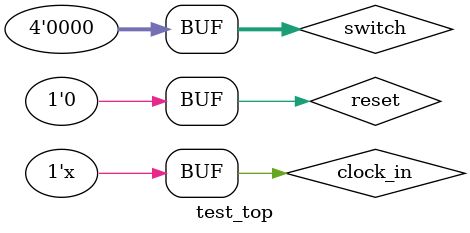
<source format=v>
`timescale 1ns / 1ps


module test_top;

	// Inputs
	reg clock_in;
	reg reset;
	reg [3:0] switch;

	// Outputs
	wire [7:0] led;

	// Instantiate the Unit Under Test (UUT)
	Top uut (
		.clock_in(clock_in), 
		.reset(reset), 
		.switch(switch), 
		.led(led)
	);

	initial begin
		// Initialize Inputs
		clock_in = 0;
		reset = 1;
		switch = 0;

		// Wait 100 ns for global reset to finish
		#20;
		reset = 0;
        
		// Add stimulus here

	end
	
	always #50 clock_in = ~clock_in;
      
endmodule


</source>
